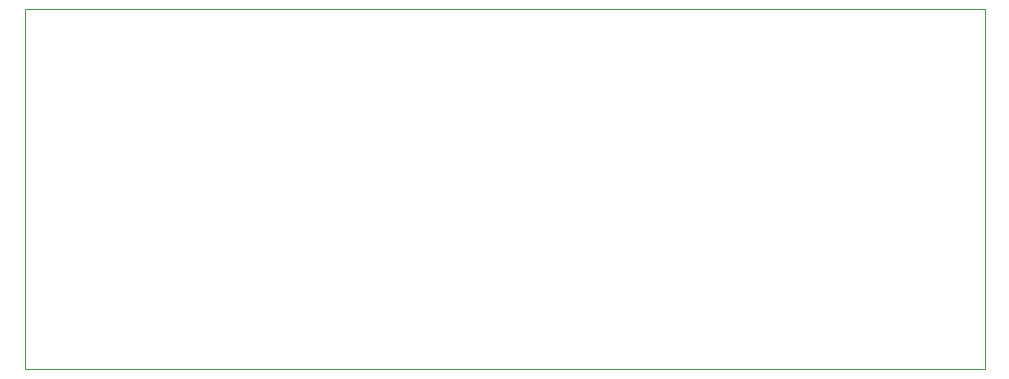
<source format=gbr>
%TF.GenerationSoftware,KiCad,Pcbnew,(6.0.7)*%
%TF.CreationDate,2022-09-13T21:36:05-06:00*%
%TF.ProjectId,attiny_rfid_light,61747469-6e79-45f7-9266-69645f6c6967,rev?*%
%TF.SameCoordinates,Original*%
%TF.FileFunction,Profile,NP*%
%FSLAX46Y46*%
G04 Gerber Fmt 4.6, Leading zero omitted, Abs format (unit mm)*
G04 Created by KiCad (PCBNEW (6.0.7)) date 2022-09-13 21:36:05*
%MOMM*%
%LPD*%
G01*
G04 APERTURE LIST*
%TA.AperFunction,Profile*%
%ADD10C,0.100000*%
%TD*%
G04 APERTURE END LIST*
D10*
X71120000Y-71120000D02*
X71120000Y-101600000D01*
X152400000Y-71120000D02*
X152400000Y-101600000D01*
X152400000Y-71120000D02*
X71120000Y-71120000D01*
X71120000Y-101600000D02*
X152400000Y-101600000D01*
M02*

</source>
